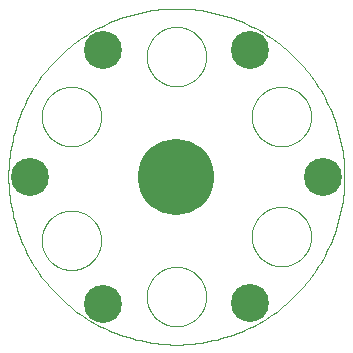
<source format=gbl>
G75*
%MOIN*%
%OFA0B0*%
%FSLAX25Y25*%
%IPPOS*%
%LPD*%
%AMOC8*
5,1,8,0,0,1.08239X$1,22.5*
%
%ADD10C,0.00010*%
%ADD11C,0.00016*%
%ADD12C,0.12661*%
%ADD13C,0.25400*%
%ADD14C,0.02975*%
D10*
X0044866Y0046528D02*
X0044869Y0046771D01*
X0044878Y0047014D01*
X0044893Y0047256D01*
X0044914Y0047498D01*
X0044940Y0047740D01*
X0044973Y0047981D01*
X0045012Y0048221D01*
X0045056Y0048459D01*
X0045107Y0048697D01*
X0045163Y0048934D01*
X0045225Y0049168D01*
X0045292Y0049402D01*
X0045366Y0049633D01*
X0045445Y0049863D01*
X0045529Y0050091D01*
X0045620Y0050317D01*
X0045715Y0050540D01*
X0045817Y0050761D01*
X0045923Y0050979D01*
X0046035Y0051195D01*
X0046152Y0051408D01*
X0046274Y0051618D01*
X0046402Y0051824D01*
X0046534Y0052028D01*
X0046672Y0052229D01*
X0046814Y0052425D01*
X0046961Y0052619D01*
X0047113Y0052808D01*
X0047270Y0052994D01*
X0047431Y0053176D01*
X0047596Y0053354D01*
X0047766Y0053528D01*
X0047940Y0053698D01*
X0048118Y0053863D01*
X0048300Y0054024D01*
X0048486Y0054181D01*
X0048675Y0054333D01*
X0048869Y0054480D01*
X0049065Y0054622D01*
X0049266Y0054760D01*
X0049470Y0054892D01*
X0049676Y0055020D01*
X0049886Y0055142D01*
X0050099Y0055259D01*
X0050315Y0055371D01*
X0050533Y0055477D01*
X0050754Y0055579D01*
X0050977Y0055674D01*
X0051203Y0055765D01*
X0051431Y0055849D01*
X0051661Y0055928D01*
X0051892Y0056002D01*
X0052126Y0056069D01*
X0052360Y0056131D01*
X0052597Y0056187D01*
X0052835Y0056238D01*
X0053073Y0056282D01*
X0053313Y0056321D01*
X0053554Y0056354D01*
X0053796Y0056380D01*
X0054038Y0056401D01*
X0054280Y0056416D01*
X0054523Y0056425D01*
X0054766Y0056428D01*
X0055009Y0056425D01*
X0055252Y0056416D01*
X0055494Y0056401D01*
X0055736Y0056380D01*
X0055978Y0056354D01*
X0056219Y0056321D01*
X0056459Y0056282D01*
X0056697Y0056238D01*
X0056935Y0056187D01*
X0057172Y0056131D01*
X0057406Y0056069D01*
X0057640Y0056002D01*
X0057871Y0055928D01*
X0058101Y0055849D01*
X0058329Y0055765D01*
X0058555Y0055674D01*
X0058778Y0055579D01*
X0058999Y0055477D01*
X0059217Y0055371D01*
X0059433Y0055259D01*
X0059646Y0055142D01*
X0059856Y0055020D01*
X0060062Y0054892D01*
X0060266Y0054760D01*
X0060467Y0054622D01*
X0060663Y0054480D01*
X0060857Y0054333D01*
X0061046Y0054181D01*
X0061232Y0054024D01*
X0061414Y0053863D01*
X0061592Y0053698D01*
X0061766Y0053528D01*
X0061936Y0053354D01*
X0062101Y0053176D01*
X0062262Y0052994D01*
X0062419Y0052808D01*
X0062571Y0052619D01*
X0062718Y0052425D01*
X0062860Y0052229D01*
X0062998Y0052028D01*
X0063130Y0051824D01*
X0063258Y0051618D01*
X0063380Y0051408D01*
X0063497Y0051195D01*
X0063609Y0050979D01*
X0063715Y0050761D01*
X0063817Y0050540D01*
X0063912Y0050317D01*
X0064003Y0050091D01*
X0064087Y0049863D01*
X0064166Y0049633D01*
X0064240Y0049402D01*
X0064307Y0049168D01*
X0064369Y0048934D01*
X0064425Y0048697D01*
X0064476Y0048459D01*
X0064520Y0048221D01*
X0064559Y0047981D01*
X0064592Y0047740D01*
X0064618Y0047498D01*
X0064639Y0047256D01*
X0064654Y0047014D01*
X0064663Y0046771D01*
X0064666Y0046528D01*
X0064663Y0046285D01*
X0064654Y0046042D01*
X0064639Y0045800D01*
X0064618Y0045558D01*
X0064592Y0045316D01*
X0064559Y0045075D01*
X0064520Y0044835D01*
X0064476Y0044597D01*
X0064425Y0044359D01*
X0064369Y0044122D01*
X0064307Y0043888D01*
X0064240Y0043654D01*
X0064166Y0043423D01*
X0064087Y0043193D01*
X0064003Y0042965D01*
X0063912Y0042739D01*
X0063817Y0042516D01*
X0063715Y0042295D01*
X0063609Y0042077D01*
X0063497Y0041861D01*
X0063380Y0041648D01*
X0063258Y0041438D01*
X0063130Y0041232D01*
X0062998Y0041028D01*
X0062860Y0040827D01*
X0062718Y0040631D01*
X0062571Y0040437D01*
X0062419Y0040248D01*
X0062262Y0040062D01*
X0062101Y0039880D01*
X0061936Y0039702D01*
X0061766Y0039528D01*
X0061592Y0039358D01*
X0061414Y0039193D01*
X0061232Y0039032D01*
X0061046Y0038875D01*
X0060857Y0038723D01*
X0060663Y0038576D01*
X0060467Y0038434D01*
X0060266Y0038296D01*
X0060062Y0038164D01*
X0059856Y0038036D01*
X0059646Y0037914D01*
X0059433Y0037797D01*
X0059217Y0037685D01*
X0058999Y0037579D01*
X0058778Y0037477D01*
X0058555Y0037382D01*
X0058329Y0037291D01*
X0058101Y0037207D01*
X0057871Y0037128D01*
X0057640Y0037054D01*
X0057406Y0036987D01*
X0057172Y0036925D01*
X0056935Y0036869D01*
X0056697Y0036818D01*
X0056459Y0036774D01*
X0056219Y0036735D01*
X0055978Y0036702D01*
X0055736Y0036676D01*
X0055494Y0036655D01*
X0055252Y0036640D01*
X0055009Y0036631D01*
X0054766Y0036628D01*
X0054523Y0036631D01*
X0054280Y0036640D01*
X0054038Y0036655D01*
X0053796Y0036676D01*
X0053554Y0036702D01*
X0053313Y0036735D01*
X0053073Y0036774D01*
X0052835Y0036818D01*
X0052597Y0036869D01*
X0052360Y0036925D01*
X0052126Y0036987D01*
X0051892Y0037054D01*
X0051661Y0037128D01*
X0051431Y0037207D01*
X0051203Y0037291D01*
X0050977Y0037382D01*
X0050754Y0037477D01*
X0050533Y0037579D01*
X0050315Y0037685D01*
X0050099Y0037797D01*
X0049886Y0037914D01*
X0049676Y0038036D01*
X0049470Y0038164D01*
X0049266Y0038296D01*
X0049065Y0038434D01*
X0048869Y0038576D01*
X0048675Y0038723D01*
X0048486Y0038875D01*
X0048300Y0039032D01*
X0048118Y0039193D01*
X0047940Y0039358D01*
X0047766Y0039528D01*
X0047596Y0039702D01*
X0047431Y0039880D01*
X0047270Y0040062D01*
X0047113Y0040248D01*
X0046961Y0040437D01*
X0046814Y0040631D01*
X0046672Y0040827D01*
X0046534Y0041028D01*
X0046402Y0041232D01*
X0046274Y0041438D01*
X0046152Y0041648D01*
X0046035Y0041861D01*
X0045923Y0042077D01*
X0045817Y0042295D01*
X0045715Y0042516D01*
X0045620Y0042739D01*
X0045529Y0042965D01*
X0045445Y0043193D01*
X0045366Y0043423D01*
X0045292Y0043654D01*
X0045225Y0043888D01*
X0045163Y0044122D01*
X0045107Y0044359D01*
X0045056Y0044597D01*
X0045012Y0044835D01*
X0044973Y0045075D01*
X0044940Y0045316D01*
X0044914Y0045558D01*
X0044893Y0045800D01*
X0044878Y0046042D01*
X0044869Y0046285D01*
X0044866Y0046528D01*
X0079866Y0027778D02*
X0079869Y0028021D01*
X0079878Y0028264D01*
X0079893Y0028506D01*
X0079914Y0028748D01*
X0079940Y0028990D01*
X0079973Y0029231D01*
X0080012Y0029471D01*
X0080056Y0029709D01*
X0080107Y0029947D01*
X0080163Y0030184D01*
X0080225Y0030418D01*
X0080292Y0030652D01*
X0080366Y0030883D01*
X0080445Y0031113D01*
X0080529Y0031341D01*
X0080620Y0031567D01*
X0080715Y0031790D01*
X0080817Y0032011D01*
X0080923Y0032229D01*
X0081035Y0032445D01*
X0081152Y0032658D01*
X0081274Y0032868D01*
X0081402Y0033074D01*
X0081534Y0033278D01*
X0081672Y0033479D01*
X0081814Y0033675D01*
X0081961Y0033869D01*
X0082113Y0034058D01*
X0082270Y0034244D01*
X0082431Y0034426D01*
X0082596Y0034604D01*
X0082766Y0034778D01*
X0082940Y0034948D01*
X0083118Y0035113D01*
X0083300Y0035274D01*
X0083486Y0035431D01*
X0083675Y0035583D01*
X0083869Y0035730D01*
X0084065Y0035872D01*
X0084266Y0036010D01*
X0084470Y0036142D01*
X0084676Y0036270D01*
X0084886Y0036392D01*
X0085099Y0036509D01*
X0085315Y0036621D01*
X0085533Y0036727D01*
X0085754Y0036829D01*
X0085977Y0036924D01*
X0086203Y0037015D01*
X0086431Y0037099D01*
X0086661Y0037178D01*
X0086892Y0037252D01*
X0087126Y0037319D01*
X0087360Y0037381D01*
X0087597Y0037437D01*
X0087835Y0037488D01*
X0088073Y0037532D01*
X0088313Y0037571D01*
X0088554Y0037604D01*
X0088796Y0037630D01*
X0089038Y0037651D01*
X0089280Y0037666D01*
X0089523Y0037675D01*
X0089766Y0037678D01*
X0090009Y0037675D01*
X0090252Y0037666D01*
X0090494Y0037651D01*
X0090736Y0037630D01*
X0090978Y0037604D01*
X0091219Y0037571D01*
X0091459Y0037532D01*
X0091697Y0037488D01*
X0091935Y0037437D01*
X0092172Y0037381D01*
X0092406Y0037319D01*
X0092640Y0037252D01*
X0092871Y0037178D01*
X0093101Y0037099D01*
X0093329Y0037015D01*
X0093555Y0036924D01*
X0093778Y0036829D01*
X0093999Y0036727D01*
X0094217Y0036621D01*
X0094433Y0036509D01*
X0094646Y0036392D01*
X0094856Y0036270D01*
X0095062Y0036142D01*
X0095266Y0036010D01*
X0095467Y0035872D01*
X0095663Y0035730D01*
X0095857Y0035583D01*
X0096046Y0035431D01*
X0096232Y0035274D01*
X0096414Y0035113D01*
X0096592Y0034948D01*
X0096766Y0034778D01*
X0096936Y0034604D01*
X0097101Y0034426D01*
X0097262Y0034244D01*
X0097419Y0034058D01*
X0097571Y0033869D01*
X0097718Y0033675D01*
X0097860Y0033479D01*
X0097998Y0033278D01*
X0098130Y0033074D01*
X0098258Y0032868D01*
X0098380Y0032658D01*
X0098497Y0032445D01*
X0098609Y0032229D01*
X0098715Y0032011D01*
X0098817Y0031790D01*
X0098912Y0031567D01*
X0099003Y0031341D01*
X0099087Y0031113D01*
X0099166Y0030883D01*
X0099240Y0030652D01*
X0099307Y0030418D01*
X0099369Y0030184D01*
X0099425Y0029947D01*
X0099476Y0029709D01*
X0099520Y0029471D01*
X0099559Y0029231D01*
X0099592Y0028990D01*
X0099618Y0028748D01*
X0099639Y0028506D01*
X0099654Y0028264D01*
X0099663Y0028021D01*
X0099666Y0027778D01*
X0099663Y0027535D01*
X0099654Y0027292D01*
X0099639Y0027050D01*
X0099618Y0026808D01*
X0099592Y0026566D01*
X0099559Y0026325D01*
X0099520Y0026085D01*
X0099476Y0025847D01*
X0099425Y0025609D01*
X0099369Y0025372D01*
X0099307Y0025138D01*
X0099240Y0024904D01*
X0099166Y0024673D01*
X0099087Y0024443D01*
X0099003Y0024215D01*
X0098912Y0023989D01*
X0098817Y0023766D01*
X0098715Y0023545D01*
X0098609Y0023327D01*
X0098497Y0023111D01*
X0098380Y0022898D01*
X0098258Y0022688D01*
X0098130Y0022482D01*
X0097998Y0022278D01*
X0097860Y0022077D01*
X0097718Y0021881D01*
X0097571Y0021687D01*
X0097419Y0021498D01*
X0097262Y0021312D01*
X0097101Y0021130D01*
X0096936Y0020952D01*
X0096766Y0020778D01*
X0096592Y0020608D01*
X0096414Y0020443D01*
X0096232Y0020282D01*
X0096046Y0020125D01*
X0095857Y0019973D01*
X0095663Y0019826D01*
X0095467Y0019684D01*
X0095266Y0019546D01*
X0095062Y0019414D01*
X0094856Y0019286D01*
X0094646Y0019164D01*
X0094433Y0019047D01*
X0094217Y0018935D01*
X0093999Y0018829D01*
X0093778Y0018727D01*
X0093555Y0018632D01*
X0093329Y0018541D01*
X0093101Y0018457D01*
X0092871Y0018378D01*
X0092640Y0018304D01*
X0092406Y0018237D01*
X0092172Y0018175D01*
X0091935Y0018119D01*
X0091697Y0018068D01*
X0091459Y0018024D01*
X0091219Y0017985D01*
X0090978Y0017952D01*
X0090736Y0017926D01*
X0090494Y0017905D01*
X0090252Y0017890D01*
X0090009Y0017881D01*
X0089766Y0017878D01*
X0089523Y0017881D01*
X0089280Y0017890D01*
X0089038Y0017905D01*
X0088796Y0017926D01*
X0088554Y0017952D01*
X0088313Y0017985D01*
X0088073Y0018024D01*
X0087835Y0018068D01*
X0087597Y0018119D01*
X0087360Y0018175D01*
X0087126Y0018237D01*
X0086892Y0018304D01*
X0086661Y0018378D01*
X0086431Y0018457D01*
X0086203Y0018541D01*
X0085977Y0018632D01*
X0085754Y0018727D01*
X0085533Y0018829D01*
X0085315Y0018935D01*
X0085099Y0019047D01*
X0084886Y0019164D01*
X0084676Y0019286D01*
X0084470Y0019414D01*
X0084266Y0019546D01*
X0084065Y0019684D01*
X0083869Y0019826D01*
X0083675Y0019973D01*
X0083486Y0020125D01*
X0083300Y0020282D01*
X0083118Y0020443D01*
X0082940Y0020608D01*
X0082766Y0020778D01*
X0082596Y0020952D01*
X0082431Y0021130D01*
X0082270Y0021312D01*
X0082113Y0021498D01*
X0081961Y0021687D01*
X0081814Y0021881D01*
X0081672Y0022077D01*
X0081534Y0022278D01*
X0081402Y0022482D01*
X0081274Y0022688D01*
X0081152Y0022898D01*
X0081035Y0023111D01*
X0080923Y0023327D01*
X0080817Y0023545D01*
X0080715Y0023766D01*
X0080620Y0023989D01*
X0080529Y0024215D01*
X0080445Y0024443D01*
X0080366Y0024673D01*
X0080292Y0024904D01*
X0080225Y0025138D01*
X0080163Y0025372D01*
X0080107Y0025609D01*
X0080056Y0025847D01*
X0080012Y0026085D01*
X0079973Y0026325D01*
X0079940Y0026566D01*
X0079914Y0026808D01*
X0079893Y0027050D01*
X0079878Y0027292D01*
X0079869Y0027535D01*
X0079866Y0027778D01*
X0114866Y0047778D02*
X0114869Y0048021D01*
X0114878Y0048264D01*
X0114893Y0048506D01*
X0114914Y0048748D01*
X0114940Y0048990D01*
X0114973Y0049231D01*
X0115012Y0049471D01*
X0115056Y0049709D01*
X0115107Y0049947D01*
X0115163Y0050184D01*
X0115225Y0050418D01*
X0115292Y0050652D01*
X0115366Y0050883D01*
X0115445Y0051113D01*
X0115529Y0051341D01*
X0115620Y0051567D01*
X0115715Y0051790D01*
X0115817Y0052011D01*
X0115923Y0052229D01*
X0116035Y0052445D01*
X0116152Y0052658D01*
X0116274Y0052868D01*
X0116402Y0053074D01*
X0116534Y0053278D01*
X0116672Y0053479D01*
X0116814Y0053675D01*
X0116961Y0053869D01*
X0117113Y0054058D01*
X0117270Y0054244D01*
X0117431Y0054426D01*
X0117596Y0054604D01*
X0117766Y0054778D01*
X0117940Y0054948D01*
X0118118Y0055113D01*
X0118300Y0055274D01*
X0118486Y0055431D01*
X0118675Y0055583D01*
X0118869Y0055730D01*
X0119065Y0055872D01*
X0119266Y0056010D01*
X0119470Y0056142D01*
X0119676Y0056270D01*
X0119886Y0056392D01*
X0120099Y0056509D01*
X0120315Y0056621D01*
X0120533Y0056727D01*
X0120754Y0056829D01*
X0120977Y0056924D01*
X0121203Y0057015D01*
X0121431Y0057099D01*
X0121661Y0057178D01*
X0121892Y0057252D01*
X0122126Y0057319D01*
X0122360Y0057381D01*
X0122597Y0057437D01*
X0122835Y0057488D01*
X0123073Y0057532D01*
X0123313Y0057571D01*
X0123554Y0057604D01*
X0123796Y0057630D01*
X0124038Y0057651D01*
X0124280Y0057666D01*
X0124523Y0057675D01*
X0124766Y0057678D01*
X0125009Y0057675D01*
X0125252Y0057666D01*
X0125494Y0057651D01*
X0125736Y0057630D01*
X0125978Y0057604D01*
X0126219Y0057571D01*
X0126459Y0057532D01*
X0126697Y0057488D01*
X0126935Y0057437D01*
X0127172Y0057381D01*
X0127406Y0057319D01*
X0127640Y0057252D01*
X0127871Y0057178D01*
X0128101Y0057099D01*
X0128329Y0057015D01*
X0128555Y0056924D01*
X0128778Y0056829D01*
X0128999Y0056727D01*
X0129217Y0056621D01*
X0129433Y0056509D01*
X0129646Y0056392D01*
X0129856Y0056270D01*
X0130062Y0056142D01*
X0130266Y0056010D01*
X0130467Y0055872D01*
X0130663Y0055730D01*
X0130857Y0055583D01*
X0131046Y0055431D01*
X0131232Y0055274D01*
X0131414Y0055113D01*
X0131592Y0054948D01*
X0131766Y0054778D01*
X0131936Y0054604D01*
X0132101Y0054426D01*
X0132262Y0054244D01*
X0132419Y0054058D01*
X0132571Y0053869D01*
X0132718Y0053675D01*
X0132860Y0053479D01*
X0132998Y0053278D01*
X0133130Y0053074D01*
X0133258Y0052868D01*
X0133380Y0052658D01*
X0133497Y0052445D01*
X0133609Y0052229D01*
X0133715Y0052011D01*
X0133817Y0051790D01*
X0133912Y0051567D01*
X0134003Y0051341D01*
X0134087Y0051113D01*
X0134166Y0050883D01*
X0134240Y0050652D01*
X0134307Y0050418D01*
X0134369Y0050184D01*
X0134425Y0049947D01*
X0134476Y0049709D01*
X0134520Y0049471D01*
X0134559Y0049231D01*
X0134592Y0048990D01*
X0134618Y0048748D01*
X0134639Y0048506D01*
X0134654Y0048264D01*
X0134663Y0048021D01*
X0134666Y0047778D01*
X0134663Y0047535D01*
X0134654Y0047292D01*
X0134639Y0047050D01*
X0134618Y0046808D01*
X0134592Y0046566D01*
X0134559Y0046325D01*
X0134520Y0046085D01*
X0134476Y0045847D01*
X0134425Y0045609D01*
X0134369Y0045372D01*
X0134307Y0045138D01*
X0134240Y0044904D01*
X0134166Y0044673D01*
X0134087Y0044443D01*
X0134003Y0044215D01*
X0133912Y0043989D01*
X0133817Y0043766D01*
X0133715Y0043545D01*
X0133609Y0043327D01*
X0133497Y0043111D01*
X0133380Y0042898D01*
X0133258Y0042688D01*
X0133130Y0042482D01*
X0132998Y0042278D01*
X0132860Y0042077D01*
X0132718Y0041881D01*
X0132571Y0041687D01*
X0132419Y0041498D01*
X0132262Y0041312D01*
X0132101Y0041130D01*
X0131936Y0040952D01*
X0131766Y0040778D01*
X0131592Y0040608D01*
X0131414Y0040443D01*
X0131232Y0040282D01*
X0131046Y0040125D01*
X0130857Y0039973D01*
X0130663Y0039826D01*
X0130467Y0039684D01*
X0130266Y0039546D01*
X0130062Y0039414D01*
X0129856Y0039286D01*
X0129646Y0039164D01*
X0129433Y0039047D01*
X0129217Y0038935D01*
X0128999Y0038829D01*
X0128778Y0038727D01*
X0128555Y0038632D01*
X0128329Y0038541D01*
X0128101Y0038457D01*
X0127871Y0038378D01*
X0127640Y0038304D01*
X0127406Y0038237D01*
X0127172Y0038175D01*
X0126935Y0038119D01*
X0126697Y0038068D01*
X0126459Y0038024D01*
X0126219Y0037985D01*
X0125978Y0037952D01*
X0125736Y0037926D01*
X0125494Y0037905D01*
X0125252Y0037890D01*
X0125009Y0037881D01*
X0124766Y0037878D01*
X0124523Y0037881D01*
X0124280Y0037890D01*
X0124038Y0037905D01*
X0123796Y0037926D01*
X0123554Y0037952D01*
X0123313Y0037985D01*
X0123073Y0038024D01*
X0122835Y0038068D01*
X0122597Y0038119D01*
X0122360Y0038175D01*
X0122126Y0038237D01*
X0121892Y0038304D01*
X0121661Y0038378D01*
X0121431Y0038457D01*
X0121203Y0038541D01*
X0120977Y0038632D01*
X0120754Y0038727D01*
X0120533Y0038829D01*
X0120315Y0038935D01*
X0120099Y0039047D01*
X0119886Y0039164D01*
X0119676Y0039286D01*
X0119470Y0039414D01*
X0119266Y0039546D01*
X0119065Y0039684D01*
X0118869Y0039826D01*
X0118675Y0039973D01*
X0118486Y0040125D01*
X0118300Y0040282D01*
X0118118Y0040443D01*
X0117940Y0040608D01*
X0117766Y0040778D01*
X0117596Y0040952D01*
X0117431Y0041130D01*
X0117270Y0041312D01*
X0117113Y0041498D01*
X0116961Y0041687D01*
X0116814Y0041881D01*
X0116672Y0042077D01*
X0116534Y0042278D01*
X0116402Y0042482D01*
X0116274Y0042688D01*
X0116152Y0042898D01*
X0116035Y0043111D01*
X0115923Y0043327D01*
X0115817Y0043545D01*
X0115715Y0043766D01*
X0115620Y0043989D01*
X0115529Y0044215D01*
X0115445Y0044443D01*
X0115366Y0044673D01*
X0115292Y0044904D01*
X0115225Y0045138D01*
X0115163Y0045372D01*
X0115107Y0045609D01*
X0115056Y0045847D01*
X0115012Y0046085D01*
X0114973Y0046325D01*
X0114940Y0046566D01*
X0114914Y0046808D01*
X0114893Y0047050D01*
X0114878Y0047292D01*
X0114869Y0047535D01*
X0114866Y0047778D01*
X0114866Y0087778D02*
X0114869Y0088021D01*
X0114878Y0088264D01*
X0114893Y0088506D01*
X0114914Y0088748D01*
X0114940Y0088990D01*
X0114973Y0089231D01*
X0115012Y0089471D01*
X0115056Y0089709D01*
X0115107Y0089947D01*
X0115163Y0090184D01*
X0115225Y0090418D01*
X0115292Y0090652D01*
X0115366Y0090883D01*
X0115445Y0091113D01*
X0115529Y0091341D01*
X0115620Y0091567D01*
X0115715Y0091790D01*
X0115817Y0092011D01*
X0115923Y0092229D01*
X0116035Y0092445D01*
X0116152Y0092658D01*
X0116274Y0092868D01*
X0116402Y0093074D01*
X0116534Y0093278D01*
X0116672Y0093479D01*
X0116814Y0093675D01*
X0116961Y0093869D01*
X0117113Y0094058D01*
X0117270Y0094244D01*
X0117431Y0094426D01*
X0117596Y0094604D01*
X0117766Y0094778D01*
X0117940Y0094948D01*
X0118118Y0095113D01*
X0118300Y0095274D01*
X0118486Y0095431D01*
X0118675Y0095583D01*
X0118869Y0095730D01*
X0119065Y0095872D01*
X0119266Y0096010D01*
X0119470Y0096142D01*
X0119676Y0096270D01*
X0119886Y0096392D01*
X0120099Y0096509D01*
X0120315Y0096621D01*
X0120533Y0096727D01*
X0120754Y0096829D01*
X0120977Y0096924D01*
X0121203Y0097015D01*
X0121431Y0097099D01*
X0121661Y0097178D01*
X0121892Y0097252D01*
X0122126Y0097319D01*
X0122360Y0097381D01*
X0122597Y0097437D01*
X0122835Y0097488D01*
X0123073Y0097532D01*
X0123313Y0097571D01*
X0123554Y0097604D01*
X0123796Y0097630D01*
X0124038Y0097651D01*
X0124280Y0097666D01*
X0124523Y0097675D01*
X0124766Y0097678D01*
X0125009Y0097675D01*
X0125252Y0097666D01*
X0125494Y0097651D01*
X0125736Y0097630D01*
X0125978Y0097604D01*
X0126219Y0097571D01*
X0126459Y0097532D01*
X0126697Y0097488D01*
X0126935Y0097437D01*
X0127172Y0097381D01*
X0127406Y0097319D01*
X0127640Y0097252D01*
X0127871Y0097178D01*
X0128101Y0097099D01*
X0128329Y0097015D01*
X0128555Y0096924D01*
X0128778Y0096829D01*
X0128999Y0096727D01*
X0129217Y0096621D01*
X0129433Y0096509D01*
X0129646Y0096392D01*
X0129856Y0096270D01*
X0130062Y0096142D01*
X0130266Y0096010D01*
X0130467Y0095872D01*
X0130663Y0095730D01*
X0130857Y0095583D01*
X0131046Y0095431D01*
X0131232Y0095274D01*
X0131414Y0095113D01*
X0131592Y0094948D01*
X0131766Y0094778D01*
X0131936Y0094604D01*
X0132101Y0094426D01*
X0132262Y0094244D01*
X0132419Y0094058D01*
X0132571Y0093869D01*
X0132718Y0093675D01*
X0132860Y0093479D01*
X0132998Y0093278D01*
X0133130Y0093074D01*
X0133258Y0092868D01*
X0133380Y0092658D01*
X0133497Y0092445D01*
X0133609Y0092229D01*
X0133715Y0092011D01*
X0133817Y0091790D01*
X0133912Y0091567D01*
X0134003Y0091341D01*
X0134087Y0091113D01*
X0134166Y0090883D01*
X0134240Y0090652D01*
X0134307Y0090418D01*
X0134369Y0090184D01*
X0134425Y0089947D01*
X0134476Y0089709D01*
X0134520Y0089471D01*
X0134559Y0089231D01*
X0134592Y0088990D01*
X0134618Y0088748D01*
X0134639Y0088506D01*
X0134654Y0088264D01*
X0134663Y0088021D01*
X0134666Y0087778D01*
X0134663Y0087535D01*
X0134654Y0087292D01*
X0134639Y0087050D01*
X0134618Y0086808D01*
X0134592Y0086566D01*
X0134559Y0086325D01*
X0134520Y0086085D01*
X0134476Y0085847D01*
X0134425Y0085609D01*
X0134369Y0085372D01*
X0134307Y0085138D01*
X0134240Y0084904D01*
X0134166Y0084673D01*
X0134087Y0084443D01*
X0134003Y0084215D01*
X0133912Y0083989D01*
X0133817Y0083766D01*
X0133715Y0083545D01*
X0133609Y0083327D01*
X0133497Y0083111D01*
X0133380Y0082898D01*
X0133258Y0082688D01*
X0133130Y0082482D01*
X0132998Y0082278D01*
X0132860Y0082077D01*
X0132718Y0081881D01*
X0132571Y0081687D01*
X0132419Y0081498D01*
X0132262Y0081312D01*
X0132101Y0081130D01*
X0131936Y0080952D01*
X0131766Y0080778D01*
X0131592Y0080608D01*
X0131414Y0080443D01*
X0131232Y0080282D01*
X0131046Y0080125D01*
X0130857Y0079973D01*
X0130663Y0079826D01*
X0130467Y0079684D01*
X0130266Y0079546D01*
X0130062Y0079414D01*
X0129856Y0079286D01*
X0129646Y0079164D01*
X0129433Y0079047D01*
X0129217Y0078935D01*
X0128999Y0078829D01*
X0128778Y0078727D01*
X0128555Y0078632D01*
X0128329Y0078541D01*
X0128101Y0078457D01*
X0127871Y0078378D01*
X0127640Y0078304D01*
X0127406Y0078237D01*
X0127172Y0078175D01*
X0126935Y0078119D01*
X0126697Y0078068D01*
X0126459Y0078024D01*
X0126219Y0077985D01*
X0125978Y0077952D01*
X0125736Y0077926D01*
X0125494Y0077905D01*
X0125252Y0077890D01*
X0125009Y0077881D01*
X0124766Y0077878D01*
X0124523Y0077881D01*
X0124280Y0077890D01*
X0124038Y0077905D01*
X0123796Y0077926D01*
X0123554Y0077952D01*
X0123313Y0077985D01*
X0123073Y0078024D01*
X0122835Y0078068D01*
X0122597Y0078119D01*
X0122360Y0078175D01*
X0122126Y0078237D01*
X0121892Y0078304D01*
X0121661Y0078378D01*
X0121431Y0078457D01*
X0121203Y0078541D01*
X0120977Y0078632D01*
X0120754Y0078727D01*
X0120533Y0078829D01*
X0120315Y0078935D01*
X0120099Y0079047D01*
X0119886Y0079164D01*
X0119676Y0079286D01*
X0119470Y0079414D01*
X0119266Y0079546D01*
X0119065Y0079684D01*
X0118869Y0079826D01*
X0118675Y0079973D01*
X0118486Y0080125D01*
X0118300Y0080282D01*
X0118118Y0080443D01*
X0117940Y0080608D01*
X0117766Y0080778D01*
X0117596Y0080952D01*
X0117431Y0081130D01*
X0117270Y0081312D01*
X0117113Y0081498D01*
X0116961Y0081687D01*
X0116814Y0081881D01*
X0116672Y0082077D01*
X0116534Y0082278D01*
X0116402Y0082482D01*
X0116274Y0082688D01*
X0116152Y0082898D01*
X0116035Y0083111D01*
X0115923Y0083327D01*
X0115817Y0083545D01*
X0115715Y0083766D01*
X0115620Y0083989D01*
X0115529Y0084215D01*
X0115445Y0084443D01*
X0115366Y0084673D01*
X0115292Y0084904D01*
X0115225Y0085138D01*
X0115163Y0085372D01*
X0115107Y0085609D01*
X0115056Y0085847D01*
X0115012Y0086085D01*
X0114973Y0086325D01*
X0114940Y0086566D01*
X0114914Y0086808D01*
X0114893Y0087050D01*
X0114878Y0087292D01*
X0114869Y0087535D01*
X0114866Y0087778D01*
X0079866Y0107778D02*
X0079869Y0108021D01*
X0079878Y0108264D01*
X0079893Y0108506D01*
X0079914Y0108748D01*
X0079940Y0108990D01*
X0079973Y0109231D01*
X0080012Y0109471D01*
X0080056Y0109709D01*
X0080107Y0109947D01*
X0080163Y0110184D01*
X0080225Y0110418D01*
X0080292Y0110652D01*
X0080366Y0110883D01*
X0080445Y0111113D01*
X0080529Y0111341D01*
X0080620Y0111567D01*
X0080715Y0111790D01*
X0080817Y0112011D01*
X0080923Y0112229D01*
X0081035Y0112445D01*
X0081152Y0112658D01*
X0081274Y0112868D01*
X0081402Y0113074D01*
X0081534Y0113278D01*
X0081672Y0113479D01*
X0081814Y0113675D01*
X0081961Y0113869D01*
X0082113Y0114058D01*
X0082270Y0114244D01*
X0082431Y0114426D01*
X0082596Y0114604D01*
X0082766Y0114778D01*
X0082940Y0114948D01*
X0083118Y0115113D01*
X0083300Y0115274D01*
X0083486Y0115431D01*
X0083675Y0115583D01*
X0083869Y0115730D01*
X0084065Y0115872D01*
X0084266Y0116010D01*
X0084470Y0116142D01*
X0084676Y0116270D01*
X0084886Y0116392D01*
X0085099Y0116509D01*
X0085315Y0116621D01*
X0085533Y0116727D01*
X0085754Y0116829D01*
X0085977Y0116924D01*
X0086203Y0117015D01*
X0086431Y0117099D01*
X0086661Y0117178D01*
X0086892Y0117252D01*
X0087126Y0117319D01*
X0087360Y0117381D01*
X0087597Y0117437D01*
X0087835Y0117488D01*
X0088073Y0117532D01*
X0088313Y0117571D01*
X0088554Y0117604D01*
X0088796Y0117630D01*
X0089038Y0117651D01*
X0089280Y0117666D01*
X0089523Y0117675D01*
X0089766Y0117678D01*
X0090009Y0117675D01*
X0090252Y0117666D01*
X0090494Y0117651D01*
X0090736Y0117630D01*
X0090978Y0117604D01*
X0091219Y0117571D01*
X0091459Y0117532D01*
X0091697Y0117488D01*
X0091935Y0117437D01*
X0092172Y0117381D01*
X0092406Y0117319D01*
X0092640Y0117252D01*
X0092871Y0117178D01*
X0093101Y0117099D01*
X0093329Y0117015D01*
X0093555Y0116924D01*
X0093778Y0116829D01*
X0093999Y0116727D01*
X0094217Y0116621D01*
X0094433Y0116509D01*
X0094646Y0116392D01*
X0094856Y0116270D01*
X0095062Y0116142D01*
X0095266Y0116010D01*
X0095467Y0115872D01*
X0095663Y0115730D01*
X0095857Y0115583D01*
X0096046Y0115431D01*
X0096232Y0115274D01*
X0096414Y0115113D01*
X0096592Y0114948D01*
X0096766Y0114778D01*
X0096936Y0114604D01*
X0097101Y0114426D01*
X0097262Y0114244D01*
X0097419Y0114058D01*
X0097571Y0113869D01*
X0097718Y0113675D01*
X0097860Y0113479D01*
X0097998Y0113278D01*
X0098130Y0113074D01*
X0098258Y0112868D01*
X0098380Y0112658D01*
X0098497Y0112445D01*
X0098609Y0112229D01*
X0098715Y0112011D01*
X0098817Y0111790D01*
X0098912Y0111567D01*
X0099003Y0111341D01*
X0099087Y0111113D01*
X0099166Y0110883D01*
X0099240Y0110652D01*
X0099307Y0110418D01*
X0099369Y0110184D01*
X0099425Y0109947D01*
X0099476Y0109709D01*
X0099520Y0109471D01*
X0099559Y0109231D01*
X0099592Y0108990D01*
X0099618Y0108748D01*
X0099639Y0108506D01*
X0099654Y0108264D01*
X0099663Y0108021D01*
X0099666Y0107778D01*
X0099663Y0107535D01*
X0099654Y0107292D01*
X0099639Y0107050D01*
X0099618Y0106808D01*
X0099592Y0106566D01*
X0099559Y0106325D01*
X0099520Y0106085D01*
X0099476Y0105847D01*
X0099425Y0105609D01*
X0099369Y0105372D01*
X0099307Y0105138D01*
X0099240Y0104904D01*
X0099166Y0104673D01*
X0099087Y0104443D01*
X0099003Y0104215D01*
X0098912Y0103989D01*
X0098817Y0103766D01*
X0098715Y0103545D01*
X0098609Y0103327D01*
X0098497Y0103111D01*
X0098380Y0102898D01*
X0098258Y0102688D01*
X0098130Y0102482D01*
X0097998Y0102278D01*
X0097860Y0102077D01*
X0097718Y0101881D01*
X0097571Y0101687D01*
X0097419Y0101498D01*
X0097262Y0101312D01*
X0097101Y0101130D01*
X0096936Y0100952D01*
X0096766Y0100778D01*
X0096592Y0100608D01*
X0096414Y0100443D01*
X0096232Y0100282D01*
X0096046Y0100125D01*
X0095857Y0099973D01*
X0095663Y0099826D01*
X0095467Y0099684D01*
X0095266Y0099546D01*
X0095062Y0099414D01*
X0094856Y0099286D01*
X0094646Y0099164D01*
X0094433Y0099047D01*
X0094217Y0098935D01*
X0093999Y0098829D01*
X0093778Y0098727D01*
X0093555Y0098632D01*
X0093329Y0098541D01*
X0093101Y0098457D01*
X0092871Y0098378D01*
X0092640Y0098304D01*
X0092406Y0098237D01*
X0092172Y0098175D01*
X0091935Y0098119D01*
X0091697Y0098068D01*
X0091459Y0098024D01*
X0091219Y0097985D01*
X0090978Y0097952D01*
X0090736Y0097926D01*
X0090494Y0097905D01*
X0090252Y0097890D01*
X0090009Y0097881D01*
X0089766Y0097878D01*
X0089523Y0097881D01*
X0089280Y0097890D01*
X0089038Y0097905D01*
X0088796Y0097926D01*
X0088554Y0097952D01*
X0088313Y0097985D01*
X0088073Y0098024D01*
X0087835Y0098068D01*
X0087597Y0098119D01*
X0087360Y0098175D01*
X0087126Y0098237D01*
X0086892Y0098304D01*
X0086661Y0098378D01*
X0086431Y0098457D01*
X0086203Y0098541D01*
X0085977Y0098632D01*
X0085754Y0098727D01*
X0085533Y0098829D01*
X0085315Y0098935D01*
X0085099Y0099047D01*
X0084886Y0099164D01*
X0084676Y0099286D01*
X0084470Y0099414D01*
X0084266Y0099546D01*
X0084065Y0099684D01*
X0083869Y0099826D01*
X0083675Y0099973D01*
X0083486Y0100125D01*
X0083300Y0100282D01*
X0083118Y0100443D01*
X0082940Y0100608D01*
X0082766Y0100778D01*
X0082596Y0100952D01*
X0082431Y0101130D01*
X0082270Y0101312D01*
X0082113Y0101498D01*
X0081961Y0101687D01*
X0081814Y0101881D01*
X0081672Y0102077D01*
X0081534Y0102278D01*
X0081402Y0102482D01*
X0081274Y0102688D01*
X0081152Y0102898D01*
X0081035Y0103111D01*
X0080923Y0103327D01*
X0080817Y0103545D01*
X0080715Y0103766D01*
X0080620Y0103989D01*
X0080529Y0104215D01*
X0080445Y0104443D01*
X0080366Y0104673D01*
X0080292Y0104904D01*
X0080225Y0105138D01*
X0080163Y0105372D01*
X0080107Y0105609D01*
X0080056Y0105847D01*
X0080012Y0106085D01*
X0079973Y0106325D01*
X0079940Y0106566D01*
X0079914Y0106808D01*
X0079893Y0107050D01*
X0079878Y0107292D01*
X0079869Y0107535D01*
X0079866Y0107778D01*
X0044866Y0087778D02*
X0044869Y0088021D01*
X0044878Y0088264D01*
X0044893Y0088506D01*
X0044914Y0088748D01*
X0044940Y0088990D01*
X0044973Y0089231D01*
X0045012Y0089471D01*
X0045056Y0089709D01*
X0045107Y0089947D01*
X0045163Y0090184D01*
X0045225Y0090418D01*
X0045292Y0090652D01*
X0045366Y0090883D01*
X0045445Y0091113D01*
X0045529Y0091341D01*
X0045620Y0091567D01*
X0045715Y0091790D01*
X0045817Y0092011D01*
X0045923Y0092229D01*
X0046035Y0092445D01*
X0046152Y0092658D01*
X0046274Y0092868D01*
X0046402Y0093074D01*
X0046534Y0093278D01*
X0046672Y0093479D01*
X0046814Y0093675D01*
X0046961Y0093869D01*
X0047113Y0094058D01*
X0047270Y0094244D01*
X0047431Y0094426D01*
X0047596Y0094604D01*
X0047766Y0094778D01*
X0047940Y0094948D01*
X0048118Y0095113D01*
X0048300Y0095274D01*
X0048486Y0095431D01*
X0048675Y0095583D01*
X0048869Y0095730D01*
X0049065Y0095872D01*
X0049266Y0096010D01*
X0049470Y0096142D01*
X0049676Y0096270D01*
X0049886Y0096392D01*
X0050099Y0096509D01*
X0050315Y0096621D01*
X0050533Y0096727D01*
X0050754Y0096829D01*
X0050977Y0096924D01*
X0051203Y0097015D01*
X0051431Y0097099D01*
X0051661Y0097178D01*
X0051892Y0097252D01*
X0052126Y0097319D01*
X0052360Y0097381D01*
X0052597Y0097437D01*
X0052835Y0097488D01*
X0053073Y0097532D01*
X0053313Y0097571D01*
X0053554Y0097604D01*
X0053796Y0097630D01*
X0054038Y0097651D01*
X0054280Y0097666D01*
X0054523Y0097675D01*
X0054766Y0097678D01*
X0055009Y0097675D01*
X0055252Y0097666D01*
X0055494Y0097651D01*
X0055736Y0097630D01*
X0055978Y0097604D01*
X0056219Y0097571D01*
X0056459Y0097532D01*
X0056697Y0097488D01*
X0056935Y0097437D01*
X0057172Y0097381D01*
X0057406Y0097319D01*
X0057640Y0097252D01*
X0057871Y0097178D01*
X0058101Y0097099D01*
X0058329Y0097015D01*
X0058555Y0096924D01*
X0058778Y0096829D01*
X0058999Y0096727D01*
X0059217Y0096621D01*
X0059433Y0096509D01*
X0059646Y0096392D01*
X0059856Y0096270D01*
X0060062Y0096142D01*
X0060266Y0096010D01*
X0060467Y0095872D01*
X0060663Y0095730D01*
X0060857Y0095583D01*
X0061046Y0095431D01*
X0061232Y0095274D01*
X0061414Y0095113D01*
X0061592Y0094948D01*
X0061766Y0094778D01*
X0061936Y0094604D01*
X0062101Y0094426D01*
X0062262Y0094244D01*
X0062419Y0094058D01*
X0062571Y0093869D01*
X0062718Y0093675D01*
X0062860Y0093479D01*
X0062998Y0093278D01*
X0063130Y0093074D01*
X0063258Y0092868D01*
X0063380Y0092658D01*
X0063497Y0092445D01*
X0063609Y0092229D01*
X0063715Y0092011D01*
X0063817Y0091790D01*
X0063912Y0091567D01*
X0064003Y0091341D01*
X0064087Y0091113D01*
X0064166Y0090883D01*
X0064240Y0090652D01*
X0064307Y0090418D01*
X0064369Y0090184D01*
X0064425Y0089947D01*
X0064476Y0089709D01*
X0064520Y0089471D01*
X0064559Y0089231D01*
X0064592Y0088990D01*
X0064618Y0088748D01*
X0064639Y0088506D01*
X0064654Y0088264D01*
X0064663Y0088021D01*
X0064666Y0087778D01*
X0064663Y0087535D01*
X0064654Y0087292D01*
X0064639Y0087050D01*
X0064618Y0086808D01*
X0064592Y0086566D01*
X0064559Y0086325D01*
X0064520Y0086085D01*
X0064476Y0085847D01*
X0064425Y0085609D01*
X0064369Y0085372D01*
X0064307Y0085138D01*
X0064240Y0084904D01*
X0064166Y0084673D01*
X0064087Y0084443D01*
X0064003Y0084215D01*
X0063912Y0083989D01*
X0063817Y0083766D01*
X0063715Y0083545D01*
X0063609Y0083327D01*
X0063497Y0083111D01*
X0063380Y0082898D01*
X0063258Y0082688D01*
X0063130Y0082482D01*
X0062998Y0082278D01*
X0062860Y0082077D01*
X0062718Y0081881D01*
X0062571Y0081687D01*
X0062419Y0081498D01*
X0062262Y0081312D01*
X0062101Y0081130D01*
X0061936Y0080952D01*
X0061766Y0080778D01*
X0061592Y0080608D01*
X0061414Y0080443D01*
X0061232Y0080282D01*
X0061046Y0080125D01*
X0060857Y0079973D01*
X0060663Y0079826D01*
X0060467Y0079684D01*
X0060266Y0079546D01*
X0060062Y0079414D01*
X0059856Y0079286D01*
X0059646Y0079164D01*
X0059433Y0079047D01*
X0059217Y0078935D01*
X0058999Y0078829D01*
X0058778Y0078727D01*
X0058555Y0078632D01*
X0058329Y0078541D01*
X0058101Y0078457D01*
X0057871Y0078378D01*
X0057640Y0078304D01*
X0057406Y0078237D01*
X0057172Y0078175D01*
X0056935Y0078119D01*
X0056697Y0078068D01*
X0056459Y0078024D01*
X0056219Y0077985D01*
X0055978Y0077952D01*
X0055736Y0077926D01*
X0055494Y0077905D01*
X0055252Y0077890D01*
X0055009Y0077881D01*
X0054766Y0077878D01*
X0054523Y0077881D01*
X0054280Y0077890D01*
X0054038Y0077905D01*
X0053796Y0077926D01*
X0053554Y0077952D01*
X0053313Y0077985D01*
X0053073Y0078024D01*
X0052835Y0078068D01*
X0052597Y0078119D01*
X0052360Y0078175D01*
X0052126Y0078237D01*
X0051892Y0078304D01*
X0051661Y0078378D01*
X0051431Y0078457D01*
X0051203Y0078541D01*
X0050977Y0078632D01*
X0050754Y0078727D01*
X0050533Y0078829D01*
X0050315Y0078935D01*
X0050099Y0079047D01*
X0049886Y0079164D01*
X0049676Y0079286D01*
X0049470Y0079414D01*
X0049266Y0079546D01*
X0049065Y0079684D01*
X0048869Y0079826D01*
X0048675Y0079973D01*
X0048486Y0080125D01*
X0048300Y0080282D01*
X0048118Y0080443D01*
X0047940Y0080608D01*
X0047766Y0080778D01*
X0047596Y0080952D01*
X0047431Y0081130D01*
X0047270Y0081312D01*
X0047113Y0081498D01*
X0046961Y0081687D01*
X0046814Y0081881D01*
X0046672Y0082077D01*
X0046534Y0082278D01*
X0046402Y0082482D01*
X0046274Y0082688D01*
X0046152Y0082898D01*
X0046035Y0083111D01*
X0045923Y0083327D01*
X0045817Y0083545D01*
X0045715Y0083766D01*
X0045620Y0083989D01*
X0045529Y0084215D01*
X0045445Y0084443D01*
X0045366Y0084673D01*
X0045292Y0084904D01*
X0045225Y0085138D01*
X0045163Y0085372D01*
X0045107Y0085609D01*
X0045056Y0085847D01*
X0045012Y0086085D01*
X0044973Y0086325D01*
X0044940Y0086566D01*
X0044914Y0086808D01*
X0044893Y0087050D01*
X0044878Y0087292D01*
X0044869Y0087535D01*
X0044866Y0087778D01*
D11*
X0033766Y0067778D02*
X0033783Y0069152D01*
X0033833Y0070526D01*
X0033918Y0071898D01*
X0034036Y0073267D01*
X0034187Y0074633D01*
X0034372Y0075995D01*
X0034590Y0077352D01*
X0034842Y0078703D01*
X0035127Y0080048D01*
X0035444Y0081385D01*
X0035795Y0082714D01*
X0036177Y0084034D01*
X0036592Y0085344D01*
X0037040Y0086644D01*
X0037518Y0087932D01*
X0038029Y0089208D01*
X0038570Y0090472D01*
X0039143Y0091721D01*
X0039745Y0092956D01*
X0040378Y0094176D01*
X0041041Y0095380D01*
X0041733Y0096568D01*
X0042454Y0097738D01*
X0043204Y0098890D01*
X0043981Y0100023D01*
X0044786Y0101137D01*
X0045619Y0102231D01*
X0046477Y0103304D01*
X0047362Y0104356D01*
X0048273Y0105385D01*
X0049208Y0106392D01*
X0050168Y0107376D01*
X0051152Y0108336D01*
X0052159Y0109271D01*
X0053188Y0110182D01*
X0054240Y0111067D01*
X0055313Y0111925D01*
X0056407Y0112758D01*
X0057521Y0113563D01*
X0058654Y0114340D01*
X0059806Y0115090D01*
X0060976Y0115811D01*
X0062164Y0116503D01*
X0063368Y0117166D01*
X0064588Y0117799D01*
X0065823Y0118401D01*
X0067072Y0118974D01*
X0068336Y0119515D01*
X0069612Y0120026D01*
X0070900Y0120504D01*
X0072200Y0120952D01*
X0073510Y0121367D01*
X0074830Y0121749D01*
X0076159Y0122100D01*
X0077496Y0122417D01*
X0078841Y0122702D01*
X0080192Y0122954D01*
X0081549Y0123172D01*
X0082911Y0123357D01*
X0084277Y0123508D01*
X0085646Y0123626D01*
X0087018Y0123711D01*
X0088392Y0123761D01*
X0089766Y0123778D01*
X0091140Y0123761D01*
X0092514Y0123711D01*
X0093886Y0123626D01*
X0095255Y0123508D01*
X0096621Y0123357D01*
X0097983Y0123172D01*
X0099340Y0122954D01*
X0100691Y0122702D01*
X0102036Y0122417D01*
X0103373Y0122100D01*
X0104702Y0121749D01*
X0106022Y0121367D01*
X0107332Y0120952D01*
X0108632Y0120504D01*
X0109920Y0120026D01*
X0111196Y0119515D01*
X0112460Y0118974D01*
X0113709Y0118401D01*
X0114944Y0117799D01*
X0116164Y0117166D01*
X0117368Y0116503D01*
X0118556Y0115811D01*
X0119726Y0115090D01*
X0120878Y0114340D01*
X0122011Y0113563D01*
X0123125Y0112758D01*
X0124219Y0111925D01*
X0125292Y0111067D01*
X0126344Y0110182D01*
X0127373Y0109271D01*
X0128380Y0108336D01*
X0129364Y0107376D01*
X0130324Y0106392D01*
X0131259Y0105385D01*
X0132170Y0104356D01*
X0133055Y0103304D01*
X0133913Y0102231D01*
X0134746Y0101137D01*
X0135551Y0100023D01*
X0136328Y0098890D01*
X0137078Y0097738D01*
X0137799Y0096568D01*
X0138491Y0095380D01*
X0139154Y0094176D01*
X0139787Y0092956D01*
X0140389Y0091721D01*
X0140962Y0090472D01*
X0141503Y0089208D01*
X0142014Y0087932D01*
X0142492Y0086644D01*
X0142940Y0085344D01*
X0143355Y0084034D01*
X0143737Y0082714D01*
X0144088Y0081385D01*
X0144405Y0080048D01*
X0144690Y0078703D01*
X0144942Y0077352D01*
X0145160Y0075995D01*
X0145345Y0074633D01*
X0145496Y0073267D01*
X0145614Y0071898D01*
X0145699Y0070526D01*
X0145749Y0069152D01*
X0145766Y0067778D01*
X0145749Y0066404D01*
X0145699Y0065030D01*
X0145614Y0063658D01*
X0145496Y0062289D01*
X0145345Y0060923D01*
X0145160Y0059561D01*
X0144942Y0058204D01*
X0144690Y0056853D01*
X0144405Y0055508D01*
X0144088Y0054171D01*
X0143737Y0052842D01*
X0143355Y0051522D01*
X0142940Y0050212D01*
X0142492Y0048912D01*
X0142014Y0047624D01*
X0141503Y0046348D01*
X0140962Y0045084D01*
X0140389Y0043835D01*
X0139787Y0042600D01*
X0139154Y0041380D01*
X0138491Y0040176D01*
X0137799Y0038988D01*
X0137078Y0037818D01*
X0136328Y0036666D01*
X0135551Y0035533D01*
X0134746Y0034419D01*
X0133913Y0033325D01*
X0133055Y0032252D01*
X0132170Y0031200D01*
X0131259Y0030171D01*
X0130324Y0029164D01*
X0129364Y0028180D01*
X0128380Y0027220D01*
X0127373Y0026285D01*
X0126344Y0025374D01*
X0125292Y0024489D01*
X0124219Y0023631D01*
X0123125Y0022798D01*
X0122011Y0021993D01*
X0120878Y0021216D01*
X0119726Y0020466D01*
X0118556Y0019745D01*
X0117368Y0019053D01*
X0116164Y0018390D01*
X0114944Y0017757D01*
X0113709Y0017155D01*
X0112460Y0016582D01*
X0111196Y0016041D01*
X0109920Y0015530D01*
X0108632Y0015052D01*
X0107332Y0014604D01*
X0106022Y0014189D01*
X0104702Y0013807D01*
X0103373Y0013456D01*
X0102036Y0013139D01*
X0100691Y0012854D01*
X0099340Y0012602D01*
X0097983Y0012384D01*
X0096621Y0012199D01*
X0095255Y0012048D01*
X0093886Y0011930D01*
X0092514Y0011845D01*
X0091140Y0011795D01*
X0089766Y0011778D01*
X0088392Y0011795D01*
X0087018Y0011845D01*
X0085646Y0011930D01*
X0084277Y0012048D01*
X0082911Y0012199D01*
X0081549Y0012384D01*
X0080192Y0012602D01*
X0078841Y0012854D01*
X0077496Y0013139D01*
X0076159Y0013456D01*
X0074830Y0013807D01*
X0073510Y0014189D01*
X0072200Y0014604D01*
X0070900Y0015052D01*
X0069612Y0015530D01*
X0068336Y0016041D01*
X0067072Y0016582D01*
X0065823Y0017155D01*
X0064588Y0017757D01*
X0063368Y0018390D01*
X0062164Y0019053D01*
X0060976Y0019745D01*
X0059806Y0020466D01*
X0058654Y0021216D01*
X0057521Y0021993D01*
X0056407Y0022798D01*
X0055313Y0023631D01*
X0054240Y0024489D01*
X0053188Y0025374D01*
X0052159Y0026285D01*
X0051152Y0027220D01*
X0050168Y0028180D01*
X0049208Y0029164D01*
X0048273Y0030171D01*
X0047362Y0031200D01*
X0046477Y0032252D01*
X0045619Y0033325D01*
X0044786Y0034419D01*
X0043981Y0035533D01*
X0043204Y0036666D01*
X0042454Y0037818D01*
X0041733Y0038988D01*
X0041041Y0040176D01*
X0040378Y0041380D01*
X0039745Y0042600D01*
X0039143Y0043835D01*
X0038570Y0045084D01*
X0038029Y0046348D01*
X0037518Y0047624D01*
X0037040Y0048912D01*
X0036592Y0050212D01*
X0036177Y0051522D01*
X0035795Y0052842D01*
X0035444Y0054171D01*
X0035127Y0055508D01*
X0034842Y0056853D01*
X0034590Y0058204D01*
X0034372Y0059561D01*
X0034187Y0060923D01*
X0034036Y0062289D01*
X0033918Y0063658D01*
X0033833Y0065030D01*
X0033783Y0066404D01*
X0033766Y0067778D01*
D12*
X0041016Y0067778D03*
X0065391Y0109965D03*
X0114141Y0109965D03*
X0138516Y0067778D03*
X0114141Y0025590D03*
X0065391Y0025278D03*
D13*
X0089766Y0067778D03*
D14*
X0096852Y0074471D03*
X0089766Y0077620D03*
X0082679Y0074471D03*
X0079923Y0067778D03*
X0082679Y0061085D03*
X0089766Y0057935D03*
X0096852Y0061085D03*
X0099608Y0067778D03*
M02*

</source>
